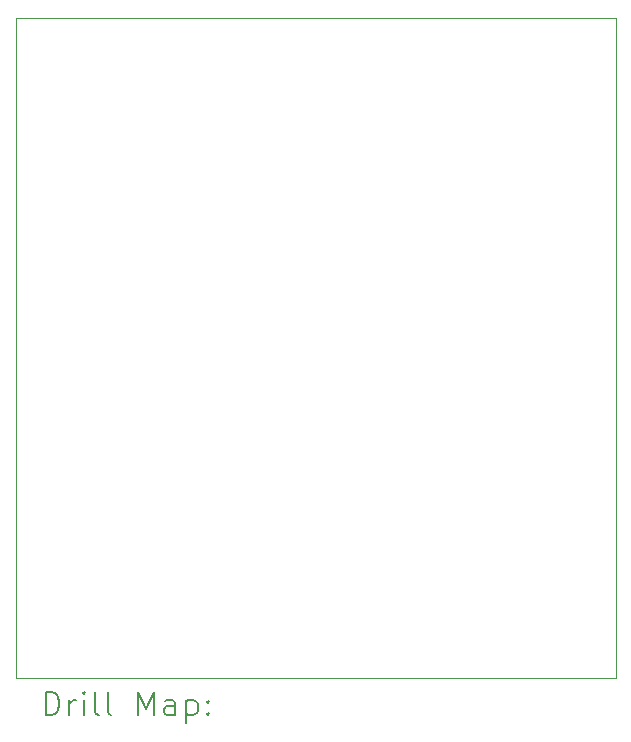
<source format=gbr>
%TF.GenerationSoftware,KiCad,Pcbnew,7.0.9*%
%TF.CreationDate,2023-11-18T21:52:10-06:00*%
%TF.ProjectId,batttlebot_pcb,62617474-746c-4656-926f-745f7063622e,rev?*%
%TF.SameCoordinates,Original*%
%TF.FileFunction,Drillmap*%
%TF.FilePolarity,Positive*%
%FSLAX45Y45*%
G04 Gerber Fmt 4.5, Leading zero omitted, Abs format (unit mm)*
G04 Created by KiCad (PCBNEW 7.0.9) date 2023-11-18 21:52:10*
%MOMM*%
%LPD*%
G01*
G04 APERTURE LIST*
%ADD10C,0.100000*%
%ADD11C,0.200000*%
G04 APERTURE END LIST*
D10*
X10922000Y-6858000D02*
X16002000Y-6858000D01*
X16002000Y-12446000D01*
X10922000Y-12446000D01*
X10922000Y-6858000D01*
D11*
X11177777Y-12762484D02*
X11177777Y-12562484D01*
X11177777Y-12562484D02*
X11225396Y-12562484D01*
X11225396Y-12562484D02*
X11253967Y-12572008D01*
X11253967Y-12572008D02*
X11273015Y-12591055D01*
X11273015Y-12591055D02*
X11282539Y-12610103D01*
X11282539Y-12610103D02*
X11292062Y-12648198D01*
X11292062Y-12648198D02*
X11292062Y-12676769D01*
X11292062Y-12676769D02*
X11282539Y-12714865D01*
X11282539Y-12714865D02*
X11273015Y-12733912D01*
X11273015Y-12733912D02*
X11253967Y-12752960D01*
X11253967Y-12752960D02*
X11225396Y-12762484D01*
X11225396Y-12762484D02*
X11177777Y-12762484D01*
X11377777Y-12762484D02*
X11377777Y-12629150D01*
X11377777Y-12667246D02*
X11387301Y-12648198D01*
X11387301Y-12648198D02*
X11396824Y-12638674D01*
X11396824Y-12638674D02*
X11415872Y-12629150D01*
X11415872Y-12629150D02*
X11434920Y-12629150D01*
X11501586Y-12762484D02*
X11501586Y-12629150D01*
X11501586Y-12562484D02*
X11492062Y-12572008D01*
X11492062Y-12572008D02*
X11501586Y-12581531D01*
X11501586Y-12581531D02*
X11511110Y-12572008D01*
X11511110Y-12572008D02*
X11501586Y-12562484D01*
X11501586Y-12562484D02*
X11501586Y-12581531D01*
X11625396Y-12762484D02*
X11606348Y-12752960D01*
X11606348Y-12752960D02*
X11596824Y-12733912D01*
X11596824Y-12733912D02*
X11596824Y-12562484D01*
X11730158Y-12762484D02*
X11711110Y-12752960D01*
X11711110Y-12752960D02*
X11701586Y-12733912D01*
X11701586Y-12733912D02*
X11701586Y-12562484D01*
X11958729Y-12762484D02*
X11958729Y-12562484D01*
X11958729Y-12562484D02*
X12025396Y-12705341D01*
X12025396Y-12705341D02*
X12092062Y-12562484D01*
X12092062Y-12562484D02*
X12092062Y-12762484D01*
X12273015Y-12762484D02*
X12273015Y-12657722D01*
X12273015Y-12657722D02*
X12263491Y-12638674D01*
X12263491Y-12638674D02*
X12244443Y-12629150D01*
X12244443Y-12629150D02*
X12206348Y-12629150D01*
X12206348Y-12629150D02*
X12187301Y-12638674D01*
X12273015Y-12752960D02*
X12253967Y-12762484D01*
X12253967Y-12762484D02*
X12206348Y-12762484D01*
X12206348Y-12762484D02*
X12187301Y-12752960D01*
X12187301Y-12752960D02*
X12177777Y-12733912D01*
X12177777Y-12733912D02*
X12177777Y-12714865D01*
X12177777Y-12714865D02*
X12187301Y-12695817D01*
X12187301Y-12695817D02*
X12206348Y-12686293D01*
X12206348Y-12686293D02*
X12253967Y-12686293D01*
X12253967Y-12686293D02*
X12273015Y-12676769D01*
X12368253Y-12629150D02*
X12368253Y-12829150D01*
X12368253Y-12638674D02*
X12387301Y-12629150D01*
X12387301Y-12629150D02*
X12425396Y-12629150D01*
X12425396Y-12629150D02*
X12444443Y-12638674D01*
X12444443Y-12638674D02*
X12453967Y-12648198D01*
X12453967Y-12648198D02*
X12463491Y-12667246D01*
X12463491Y-12667246D02*
X12463491Y-12724388D01*
X12463491Y-12724388D02*
X12453967Y-12743436D01*
X12453967Y-12743436D02*
X12444443Y-12752960D01*
X12444443Y-12752960D02*
X12425396Y-12762484D01*
X12425396Y-12762484D02*
X12387301Y-12762484D01*
X12387301Y-12762484D02*
X12368253Y-12752960D01*
X12549205Y-12743436D02*
X12558729Y-12752960D01*
X12558729Y-12752960D02*
X12549205Y-12762484D01*
X12549205Y-12762484D02*
X12539682Y-12752960D01*
X12539682Y-12752960D02*
X12549205Y-12743436D01*
X12549205Y-12743436D02*
X12549205Y-12762484D01*
X12549205Y-12638674D02*
X12558729Y-12648198D01*
X12558729Y-12648198D02*
X12549205Y-12657722D01*
X12549205Y-12657722D02*
X12539682Y-12648198D01*
X12539682Y-12648198D02*
X12549205Y-12638674D01*
X12549205Y-12638674D02*
X12549205Y-12657722D01*
M02*

</source>
